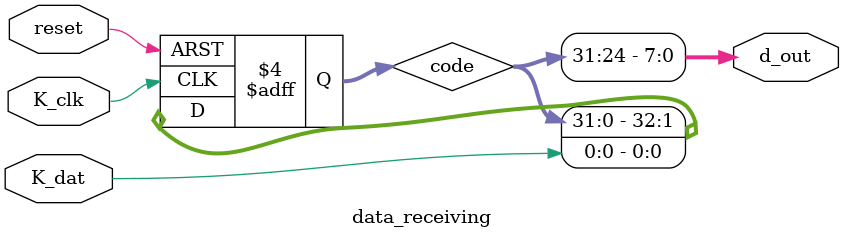
<source format=v>
`timescale 1ns / 1ps
module data_receiving(
	
	inout wire K_clk,K_dat,
	input wire reset,
	output wire [7:0] d_out
	
    );
	reg [32:0] code;
	
	
	always@ (negedge K_clk or posedge reset) begin
		if(reset == 1'b1)
			code = 33'b0;
		else begin
			code = code << 1; 
			code[0] = K_dat;
		end
	end 
	assign d_out[7:0] = code[31:24];
	

endmodule

</source>
